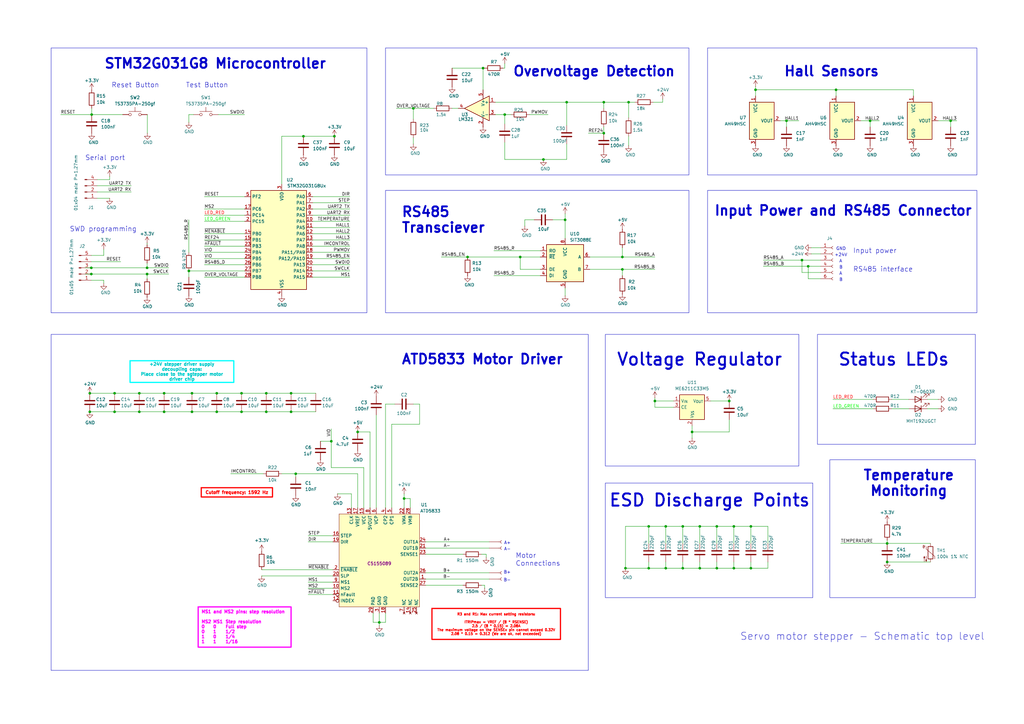
<source format=kicad_sch>
(kicad_sch (version 20231120) (generator "eeschema") (generator_version "8.0")
  (paper "A3")
  (title_block (title "Servo motor stepper M3 - Schematic top level") (date "2025-05-21") (rev "1.2"))
  (junction (at 165.735 204.47))
  (junction (at 57.15 161.29))
  (junction (at 37.592 46.99))
  (junction (at 119.38 168.91))
  (junction (at 46.99 161.29))
  (junction (at 389.89 49.53))
  (junction (at 280.035 233.045))
  (junction (at 213.36 105.41))
  (junction (at 60.325 112.395))
  (junction (at 169.545 44.45))
  (junction (at 124.46 55.88))
  (junction (at 60.325 109.855))
  (junction (at 67.31 161.29))
  (junction (at 307.975 215.9))
  (junction (at 247.65 41.91))
  (junction (at 255.27 110.49))
  (junction (at 256.54 233.045))
  (junction (at 46.99 168.91))
  (junction (at 67.31 168.91))
  (junction (at 273.05 233.045))
  (junction (at 232.41 41.91))
  (junction (at 198.12 27.94))
  (junction (at 137.16 55.88))
  (junction (at 363.855 230.505))
  (junction (at 99.06 168.91))
  (junction (at 299.085 164.465))
  (junction (at 109.22 161.29))
  (junction (at 268.605 164.465))
  (junction (at 119.38 161.29))
  (junction (at 266.065 233.045))
  (junction (at 78.74 161.29))
  (junction (at 36.83 168.91))
  (junction (at 191.77 105.41))
  (junction (at 99.06 161.29))
  (junction (at 121.285 194.31))
  (junction (at 287.02 215.9))
  (junction (at 266.065 215.9))
  (junction (at 309.88 36.83))
  (junction (at 294.005 233.045))
  (junction (at 273.05 215.9))
  (junction (at 280.035 215.9))
  (junction (at 322.58 49.53))
  (junction (at 300.99 233.045))
  (junction (at 307.975 233.045))
  (junction (at 222.885 65.405))
  (junction (at 283.845 177.165))
  (junction (at 57.15 168.91))
  (junction (at 257.81 41.91))
  (junction (at 363.855 222.885))
  (junction (at 300.99 215.9))
  (junction (at 342.9 36.83))
  (junction (at 247.65 54.61))
  (junction (at 231.775 90.17))
  (junction (at 287.02 233.045))
  (junction (at 155.575 255.27))
  (junction (at 331.47 109.22))
  (junction (at 255.27 105.41))
  (junction (at 294.005 215.9))
  (junction (at 36.83 161.29))
  (junction (at 146.685 177.165))
  (junction (at 88.9 168.91))
  (junction (at 37.465 112.395))
  (junction (at 109.22 168.91))
  (junction (at 88.9 161.29))
  (junction (at 135.89 180.975))
  (junction (at 78.74 168.91))
  (junction (at 328.93 106.68))
  (junction (at 356.87 49.53))
  (junction (at 207.01 46.99))
  (junction (at 77.47 111.125))
  (junction (at 37.465 109.855))
  (wire (pts (xy 77.47 90.17) (xy 77.47 103.505)))
  (wire (pts (xy 172.085 165.735) (xy 169.545 165.735)))
  (wire (pts (xy 320.04 49.53) (xy 322.58 49.53)))
  (wire (pts (xy 271.78 41.91) (xy 267.97 41.91)))
  (wire (pts (xy 99.06 161.29) (xy 109.22 161.29)))
  (wire (pts (xy 162.56 44.45) (xy 169.545 44.45)))
  (wire (pts (xy 380.365 163.83) (xy 384.81 163.83)))
  (wire (pts (xy 332.74 104.14) (xy 336.55 104.14)))
  (wire (pts (xy 143.51 98.425) (xy 128.27 98.425)))
  (wire (pts (xy 266.065 230.505) (xy 266.065 233.045)))
  (wire (pts (xy 143.51 106.045) (xy 128.27 106.045)))
  (wire (pts (xy 356.87 49.53) (xy 360.68 49.53)))
  (wire (pts (xy 143.51 90.805) (xy 128.27 90.805)))
  (wire (pts (xy 197.485 240.03) (xy 198.755 240.03)))
  (wire (pts (xy 83.82 108.585) (xy 100.33 108.585)))
  (wire (pts (xy 215.265 90.17) (xy 215.265 92.71)))
  (wire (pts (xy 165.735 204.47) (xy 165.735 208.28)))
  (wire (pts (xy 57.15 161.29) (xy 67.31 161.29)))
  (wire (pts (xy 37.592 46.99) (xy 50.292 46.99)))
  (wire (pts (xy 222.885 65.405) (xy 232.41 65.405)))
  (wire (pts (xy 143.51 80.645) (xy 128.27 80.645)))
  (wire (pts (xy 169.545 44.45) (xy 169.545 48.895)))
  (wire (pts (xy 143.51 103.505) (xy 128.27 103.505)))
  (wire (pts (xy 332.74 101.6) (xy 336.55 101.6)))
  (wire (pts (xy 283.845 179.705) (xy 283.845 177.165)))
  (wire (pts (xy 39.878 78.74) (xy 53.848 78.74)))
  (wire (pts (xy 255.27 101.6) (xy 255.27 105.41)))
  (wire (pts (xy 255.27 105.41) (xy 268.605 105.41)))
  (wire (pts (xy 78.74 168.91) (xy 88.9 168.91)))
  (wire (pts (xy 169.545 44.45) (xy 177.8 44.45)))
  (wire (pts (xy 255.27 110.49) (xy 255.27 113.03)))
  (wire (pts (xy 144.145 208.28) (xy 144.145 202.565)))
  (wire (pts (xy 128.27 85.725) (xy 143.51 85.725)))
  (wire (pts (xy 37.465 104.775) (xy 42.545 104.775)))
  (wire (pts (xy 266.065 215.9) (xy 266.065 222.885)))
  (wire (pts (xy 143.51 95.885) (xy 128.27 95.885)))
  (wire (pts (xy 89.535 46.99) (xy 100.33 46.99)))
  (wire (pts (xy 83.82 103.505) (xy 100.33 103.505)))
  (wire (pts (xy 374.65 39.37) (xy 374.65 36.83)))
  (wire (pts (xy 222.885 65.405) (xy 207.01 65.405)))
  (wire (pts (xy 174.625 240.03) (xy 189.865 240.03)))
  (wire (pts (xy 241.935 110.49) (xy 255.27 110.49)))
  (wire (pts (xy 389.89 49.53) (xy 389.89 52.07)))
  (wire (pts (xy 143.51 83.185) (xy 128.27 83.185)))
  (wire (pts (xy 109.22 168.91) (xy 119.38 168.91)))
  (wire (pts (xy 143.51 100.965) (xy 128.27 100.965)))
  (wire (pts (xy 256.54 233.045) (xy 256.54 215.9)))
  (wire (pts (xy 353.06 49.53) (xy 356.87 49.53)))
  (wire (pts (xy 365.76 163.83) (xy 372.745 163.83)))
  (wire (pts (xy 57.15 168.91) (xy 67.31 168.91)))
  (wire (pts (xy 207.01 46.99) (xy 207.01 50.8)))
  (wire (pts (xy 294.005 230.505) (xy 294.005 233.045)))
  (wire (pts (xy 158.115 165.735) (xy 158.115 208.28)))
  (wire (pts (xy 174.625 237.49) (xy 200.66 237.49)))
  (wire (pts (xy 126.365 219.71) (xy 136.525 219.71)))
  (wire (pts (xy 257.81 55.88) (xy 257.81 59.69)))
  (wire (pts (xy 280.035 215.9) (xy 273.05 215.9)))
  (wire (pts (xy 213.36 105.41) (xy 221.615 105.41)))
  (wire (pts (xy 126.365 241.3) (xy 136.525 241.3)))
  (wire (pts (xy 126.365 243.84) (xy 136.525 243.84)))
  (wire (pts (xy 363.855 222.885) (xy 381.635 222.885)))
  (wire (pts (xy 257.81 41.91) (xy 257.81 48.26)))
  (wire (pts (xy 314.96 215.9) (xy 307.975 215.9)))
  (wire (pts (xy 380.365 167.64) (xy 384.81 167.64)))
  (wire (pts (xy 165.735 202.565) (xy 165.735 204.47)))
  (wire (pts (xy 161.925 165.735) (xy 158.115 165.735)))
  (wire (pts (xy 34.925 109.855) (xy 37.465 109.855)))
  (wire (pts (xy 300.99 233.045) (xy 294.005 233.045)))
  (wire (pts (xy 77.47 46.99) (xy 79.375 46.99)))
  (wire (pts (xy 331.47 109.22) (xy 331.47 114.3)))
  (wire (pts (xy 313.055 109.22) (xy 331.47 109.22)))
  (wire (pts (xy 313.055 106.68) (xy 328.93 106.68)))
  (wire (pts (xy 202.565 102.87) (xy 221.615 102.87)))
  (wire (pts (xy 149.225 208.28) (xy 149.225 191.77)))
  (wire (pts (xy 287.02 215.9) (xy 287.02 222.885)))
  (wire (pts (xy 328.93 111.76) (xy 336.55 111.76)))
  (wire (pts (xy 207.01 58.42) (xy 207.01 65.405)))
  (wire (pts (xy 121.285 194.31) (xy 121.285 195.58)))
  (wire (pts (xy 231.775 90.17) (xy 231.775 97.79)))
  (wire (pts (xy 287.02 233.045) (xy 280.035 233.045)))
  (wire (pts (xy 168.275 204.47) (xy 165.735 204.47)))
  (wire (pts (xy 126.365 222.25) (xy 136.525 222.25)))
  (wire (pts (xy 160.655 173.99) (xy 172.085 173.99)))
  (wire (pts (xy 154.305 170.18) (xy 154.305 208.28)))
  (wire (pts (xy 174.625 224.79) (xy 200.66 224.79)))
  (wire (pts (xy 39.878 73.66) (xy 44.958 73.66)))
  (wire (pts (xy 115.57 194.31) (xy 121.285 194.31)))
  (wire (pts (xy 143.51 108.585) (xy 128.27 108.585)))
  (wire (pts (xy 363.855 230.505) (xy 381.635 230.505)))
  (wire (pts (xy 39.878 81.28) (xy 44.958 81.28)))
  (wire (pts (xy 36.83 161.29) (xy 46.99 161.29)))
  (wire (pts (xy 328.93 106.68) (xy 328.93 111.76)))
  (wire (pts (xy 268.605 163.195) (xy 268.605 164.465)))
  (wire (pts (xy 199.39 227.33) (xy 199.39 228.6)))
  (wire (pts (xy 213.36 110.49) (xy 221.615 110.49)))
  (wire (pts (xy 83.82 100.965) (xy 100.33 100.965)))
  (wire (pts (xy 231.775 87.63) (xy 231.775 90.17)))
  (wire (pts (xy 143.51 93.345) (xy 128.27 93.345)))
  (wire (pts (xy 144.145 202.565) (xy 138.43 202.565)))
  (wire (pts (xy 60.325 107.95) (xy 60.325 109.855)))
  (wire (pts (xy 198.755 240.03) (xy 198.755 241.3)))
  (wire (pts (xy 203.2 41.91) (xy 232.41 41.91)))
  (wire (pts (xy 37.592 44.45) (xy 37.592 46.99)))
  (wire (pts (xy 389.89 49.53) (xy 392.43 49.53)))
  (wire (pts (xy 174.625 222.25) (xy 200.66 222.25)))
  (wire (pts (xy 287.02 215.9) (xy 280.035 215.9)))
  (wire (pts (xy 268.605 164.465) (xy 276.225 164.465)))
  (wire (pts (xy 363.855 221.615) (xy 363.855 222.885)))
  (wire (pts (xy 232.41 51.435) (xy 232.41 41.91)))
  (wire (pts (xy 169.545 56.515) (xy 169.545 59.055)))
  (wire (pts (xy 42.545 114.935) (xy 42.545 116.205)))
  (wire (pts (xy 83.82 106.045) (xy 100.33 106.045)))
  (wire (pts (xy 60.325 112.395) (xy 69.215 112.395)))
  (wire (pts (xy 257.81 41.91) (xy 260.35 41.91)))
  (wire (pts (xy 226.695 90.17) (xy 231.775 90.17)))
  (wire (pts (xy 217.17 46.99) (xy 224.79 46.99)))
  (wire (pts (xy 168.275 208.28) (xy 168.275 204.47)))
  (wire (pts (xy 307.975 215.9) (xy 300.99 215.9)))
  (wire (pts (xy 158.115 251.46) (xy 158.115 255.27)))
  (wire (pts (xy 88.9 161.29) (xy 99.06 161.29)))
  (wire (pts (xy 283.845 174.625) (xy 283.845 177.165)))
  (wire (pts (xy 37.465 107.315) (xy 49.53 107.315)))
  (wire (pts (xy 203.2 46.99) (xy 207.01 46.99)))
  (wire (pts (xy 314.96 233.045) (xy 314.96 230.505)))
  (wire (pts (xy 231.775 121.285) (xy 231.775 118.11)))
  (wire (pts (xy 83.82 90.805) (xy 100.33 90.805)))
  (wire (pts (xy 256.54 233.045) (xy 266.065 233.045)))
  (wire (pts (xy 128.27 113.665) (xy 143.51 113.665)))
  (wire (pts (xy 280.035 230.505) (xy 280.035 233.045)))
  (wire (pts (xy 155.575 251.46) (xy 155.575 255.27)))
  (wire (pts (xy 314.96 222.885) (xy 314.96 215.9)))
  (wire (pts (xy 328.93 106.68) (xy 336.55 106.68)))
  (wire (pts (xy 322.58 49.53) (xy 322.58 52.07)))
  (wire (pts (xy 174.625 227.33) (xy 189.865 227.33)))
  (wire (pts (xy 300.99 215.9) (xy 294.005 215.9)))
  (wire (pts (xy 37.465 109.855) (xy 60.325 109.855)))
  (wire (pts (xy 60.452 46.99) (xy 60.452 54.61)))
  (wire (pts (xy 83.82 95.885) (xy 100.33 95.885)))
  (wire (pts (xy 273.05 215.9) (xy 266.065 215.9)))
  (wire (pts (xy 34.925 112.395) (xy 37.465 112.395)))
  (wire (pts (xy 153.035 255.27) (xy 155.575 255.27)))
  (wire (pts (xy 280.035 215.9) (xy 280.035 222.885)))
  (wire (pts (xy 94.615 194.31) (xy 107.95 194.31)))
  (wire (pts (xy 83.82 113.665) (xy 100.33 113.665)))
  (wire (pts (xy 83.82 85.725) (xy 100.33 85.725)))
  (wire (pts (xy 174.625 234.95) (xy 200.66 234.95)))
  (wire (pts (xy 77.47 111.125) (xy 100.33 111.125)))
  (wire (pts (xy 219.075 90.17) (xy 215.265 90.17)))
  (wire (pts (xy 24.892 46.99) (xy 37.592 46.99)))
  (wire (pts (xy 283.845 177.165) (xy 299.085 177.165)))
  (wire (pts (xy 314.96 233.045) (xy 307.975 233.045)))
  (wire (pts (xy 99.06 168.91) (xy 109.22 168.91)))
  (wire (pts (xy 344.805 222.885) (xy 363.855 222.885)))
  (wire (pts (xy 155.575 255.27) (xy 155.575 256.54)))
  (wire (pts (xy 191.77 105.41) (xy 213.36 105.41)))
  (wire (pts (xy 280.035 233.045) (xy 273.05 233.045)))
  (wire (pts (xy 78.74 161.29) (xy 88.9 161.29)))
  (wire (pts (xy 232.41 65.405) (xy 232.41 59.055)))
  (wire (pts (xy 83.82 98.425) (xy 100.33 98.425)))
  (wire (pts (xy 60.325 114.3) (xy 60.325 112.395)))
  (wire (pts (xy 88.9 168.91) (xy 99.06 168.91)))
  (wire (pts (xy 299.085 177.165) (xy 299.085 172.085)))
  (wire (pts (xy 342.9 39.37) (xy 342.9 36.83)))
  (wire (pts (xy 207.01 46.99) (xy 209.55 46.99)))
  (wire (pts (xy 77.47 50.165) (xy 77.47 46.99)))
  (wire (pts (xy 374.65 36.83) (xy 342.9 36.83)))
  (wire (pts (xy 331.47 114.3) (xy 336.55 114.3)))
  (wire (pts (xy 42.545 104.775) (xy 42.545 102.235)))
  (wire (pts (xy 255.27 110.49) (xy 268.605 110.49)))
  (wire (pts (xy 115.57 75.565) (xy 115.57 55.88)))
  (wire (pts (xy 119.38 161.29) (xy 129.54 161.29)))
  (wire (pts (xy 273.05 230.505) (xy 273.05 233.045)))
  (wire (pts (xy 294.005 215.9) (xy 294.005 222.885)))
  (wire (pts (xy 213.36 105.41) (xy 213.36 110.49)))
  (wire (pts (xy 322.58 49.53) (xy 327.66 49.53)))
  (wire (pts (xy 39.878 76.2) (xy 53.848 76.2)))
  (wire (pts (xy 172.085 173.99) (xy 172.085 165.735)))
  (wire (pts (xy 60.325 109.855) (xy 69.215 109.855)))
  (wire (pts (xy 151.765 177.165) (xy 151.765 208.28)))
  (wire (pts (xy 185.42 44.45) (xy 187.96 44.45)))
  (wire (pts (xy 180.975 105.41) (xy 191.77 105.41)))
  (wire (pts (xy 185.42 27.94) (xy 198.12 27.94)))
  (wire (pts (xy 207.01 27.94) (xy 206.375 27.94)))
  (wire (pts (xy 107.315 236.22) (xy 136.525 236.22)))
  (wire (pts (xy 83.82 88.265) (xy 100.33 88.265)))
  (wire (pts (xy 158.115 255.27) (xy 155.575 255.27)))
  (wire (pts (xy 124.46 55.88) (xy 137.16 55.88)))
  (wire (pts (xy 287.02 230.505) (xy 287.02 233.045)))
  (wire (pts (xy 107.315 233.68) (xy 136.525 233.68)))
  (wire (pts (xy 67.31 168.91) (xy 78.74 168.91)))
  (wire (pts (xy 160.655 208.28) (xy 160.655 173.99)))
  (wire (pts (xy 46.99 168.91) (xy 57.15 168.91)))
  (wire (pts (xy 309.88 35.56) (xy 309.88 36.83)))
  (wire (pts (xy 271.78 40.64) (xy 271.78 41.91)))
  (wire (pts (xy 36.83 168.91) (xy 46.99 168.91)))
  (wire (pts (xy 198.755 27.94) (xy 198.12 27.94)))
  (wire (pts (xy 37.465 114.935) (xy 42.545 114.935)))
  (wire (pts (xy 331.47 109.22) (xy 336.55 109.22)))
  (wire (pts (xy 135.89 191.77) (xy 149.225 191.77)))
  (wire (pts (xy 341.63 167.64) (xy 358.14 167.64)))
  (wire (pts (xy 44.958 73.66) (xy 44.958 72.39)))
  (wire (pts (xy 247.65 41.91) (xy 257.81 41.91)))
  (wire (pts (xy 37.465 112.395) (xy 60.325 112.395)))
  (wire (pts (xy 135.89 175.895) (xy 135.89 180.975)))
  (wire (pts (xy 241.935 105.41) (xy 255.27 105.41)))
  (wire (pts (xy 121.285 194.31) (xy 146.685 194.31)))
  (wire (pts (xy 273.05 215.9) (xy 273.05 222.885)))
  (wire (pts (xy 291.465 164.465) (xy 299.085 164.465)))
  (wire (pts (xy 146.685 177.165) (xy 151.765 177.165)))
  (wire (pts (xy 146.685 208.28) (xy 146.685 194.31)))
  (wire (pts (xy 268.605 167.005) (xy 268.605 164.465)))
  (wire (pts (xy 109.22 161.29) (xy 119.38 161.29)))
  (wire (pts (xy 247.65 41.91) (xy 247.65 44.45)))
  (wire (pts (xy 128.27 88.265) (xy 143.51 88.265)))
  (wire (pts (xy 197.485 227.33) (xy 199.39 227.33)))
  (wire (pts (xy 307.975 233.045) (xy 307.975 230.505)))
  (wire (pts (xy 119.38 168.91) (xy 129.54 168.91)))
  (wire (pts (xy 198.12 27.94) (xy 198.12 36.83)))
  (wire (pts (xy 307.975 215.9) (xy 307.975 222.885)))
  (wire (pts (xy 300.99 230.505) (xy 300.99 233.045)))
  (wire (pts (xy 307.975 233.045) (xy 300.99 233.045)))
  (wire (pts (xy 207.01 26.035) (xy 207.01 27.94)))
  (wire (pts (xy 77.47 113.665) (xy 77.47 111.125)))
  (wire (pts (xy 131.445 180.975) (xy 135.89 180.975)))
  (wire (pts (xy 276.225 167.005) (xy 268.605 167.005)))
  (wire (pts (xy 300.99 215.9) (xy 300.99 222.885)))
  (wire (pts (xy 294.005 215.9) (xy 287.02 215.9)))
  (wire (pts (xy 247.65 52.07) (xy 247.65 54.61)))
  (wire (pts (xy 342.9 36.83) (xy 309.88 36.83)))
  (wire (pts (xy 309.88 36.83) (xy 309.88 39.37)))
  (wire (pts (xy 384.81 49.53) (xy 389.89 49.53)))
  (wire (pts (xy 60.325 99.695) (xy 60.325 100.33)))
  (wire (pts (xy 356.87 49.53) (xy 356.87 52.07)))
  (wire (pts (xy 294.005 233.045) (xy 287.02 233.045)))
  (wire (pts (xy 241.3 54.61) (xy 247.65 54.61)))
  (wire (pts (xy 256.54 215.9) (xy 266.065 215.9)))
  (wire (pts (xy 365.76 167.64) (xy 372.745 167.64)))
  (wire (pts (xy 83.82 80.645) (xy 100.33 80.645)))
  (wire (pts (xy 115.57 55.88) (xy 124.46 55.88)))
  (wire (pts (xy 136.525 238.76) (xy 126.365 238.76)))
  (wire (pts (xy 46.99 161.29) (xy 57.15 161.29)))
  (wire (pts (xy 153.035 251.46) (xy 153.035 255.27)))
  (wire (pts (xy 341.63 163.83) (xy 358.14 163.83)))
  (wire (pts (xy 273.05 233.045) (xy 266.065 233.045)))
  (wire (pts (xy 232.41 41.91) (xy 247.65 41.91)))
  (wire (pts (xy 202.565 113.03) (xy 221.615 113.03)))
  (wire (pts (xy 135.89 191.77) (xy 135.89 180.975)))
  (wire (pts (xy 67.31 161.29) (xy 78.74 161.29)))
  (wire (pts (xy 143.51 111.125) (xy 128.27 111.125)))
  (rectangle (start 248.285 137.16) (end 327.66 191.135))
  (rectangle (start 335.28 137.16) (end 400.05 182.245))
  (rectangle (start 20.955 137.16) (end 241.3 274.955))
  (rectangle (start 158.115 19.685) (end 282.575 71.755))
  (rectangle (start 290.195 19.685) (end 400.685 71.755))
  (rectangle (start 248.285 198.12) (end 333.375 245.11))
  (rectangle (start 20.955 19.685) (end 150.495 128.27))
  (rectangle (start 158.115 78.105) (end 282.575 128.27))
  (rectangle (start 340.36 188.595) (end 400.05 245.11))
  (rectangle (start 290.195 78.105) (end 400.685 128.27))
  (text_box "Cutoff frequency: 1592 Hz\n" (at 82.55 200.025 0) (size 29.21 3.81) (stroke (width 0.5) (color 255 0 0 1)) (effects (font (size 1.27 1.27) (thickness 0.4) (bold yes))))
  (text_box "+24V stepper driver supply \ndecoupling caps:\nPlace close to the sgtepper motor driver chip" (at 53.34 147.955 0) (size 42.545 8.89) (stroke (width 0.5) (color 0 255 255 1)) (effects (font (size 1.27 1.27) (thickness 0.4) (bold yes))))
  (text_box "MS1 and MS2 pins: step resolution\n\nMS2	MS1	Step resolution\n0	0	Full step\n0	1	1/2\n1	0	1/4\n1	1	1/16\n" (at 81.28 248.92 0) (size 38.1 16.51) (stroke (width 0.5) (color 255 0 255 1)) (effects (font (size 1.27 1.27) (thickness 0.4) (bold yes)) (justify left top)))
  (text_box "${94df9340-9001-4abf-849e-0a57a0ae12d6:REFERENCE} and ${c2765680-53cb-47ff-a513-50fbdfe64cd0:REFERENCE}: Max current setting resistors:\n\nITRIPmax = VREF / (8 * RSENSE)\n2.5 / (8 * 0.15) = 2.08A\nThe maximum voltage on the SENSEx pin cannot exceed 0.32V\n2.08 * 0.15 = 0.312 (We are ok, not exceeded)" (at 177.165 249.555 0) (size 52.705 12.7) (stroke (width 0.5) (color 255 0 0 1)) (effects (font (size 1 1) (thickness 0.4) (bold yes))))
  (text "Reset Button" (at 45.72 36.195 0) (effects (font (size 2 2)) (justify left bottom)))
  (text "ESD Discharge Points" (at 249.555 208.28 0) (effects (font (size 5 5) (thickness 0.8) (bold yes)) (justify left bottom)))
  (text "Test Button" (at 76.2 36.195 0) (effects (font (size 2 2)) (justify left bottom)))
  (text "B" (at 344.17 115.57 0) (effects (font (size 1.27 1.27)) (justify left bottom)))
  (text "+24V" (at 342.265 105.41 0) (effects (font (size 1.27 1.27)) (justify left bottom)))
  (text "SWD programming" (at 28.575 95.25 0) (effects (font (size 2 2)) (justify left bottom)))
  (text "Serial port" (at 34.925 66.04 0) (effects (font (size 2 2)) (justify left bottom)))
  (text "GND" (at 342.9 102.87 0) (effects (font (size 1.27 1.27)) (justify left bottom)))
  (text "RS485\nTransciever" (at 164.465 95.885 0) (effects (font (size 4 4) (thickness 0.8) (bold yes)) (justify left bottom)))
  (text "Input power" (at 349.885 104.14 0) (effects (font (size 2 2)) (justify left bottom)))
  (text "B" (at 344.17 110.49 0) (effects (font (size 1.27 1.27)) (justify left bottom)))
  (text "A+" (at 209.55 223.52 0) (effects (font (size 1.27 1.27)) (justify right bottom)))
  (text "Status LEDs" (at 343.535 150.495 0) (effects (font (size 5 5) (thickness 0.8) (bold yes)) (justify left bottom)))
  (text "Overvoltage Detection" (at 210.185 31.75 0) (effects (font (size 4 4) (thickness 0.8) (bold yes)) (justify left bottom)))
  (text "Voltage Regulator" (at 252.73 150.495 0) (effects (font (size 5 5) (thickness 0.8) (bold yes)) (justify left bottom)))
  (text "A" (at 344.17 107.95 0) (effects (font (size 1.27 1.27)) (justify left bottom)))
  (text "Input Power and RS485 Connector" (at 292.735 88.9 0) (effects (font (size 4 4) (thickness 0.8) (bold yes)) (justify left bottom)))
  (text "A" (at 344.17 113.03 0) (effects (font (size 1.27 1.27)) (justify left bottom)))
  (text "RS485 interface" (at 349.885 111.76 0) (effects (font (size 2 2)) (justify left bottom)))
  (text "Temperature\nMonitoring" (at 372.745 203.835 0) (effects (font (size 4 4) (thickness 0.8) (bold yes)) (justify bottom)))
  (text "B+" (at 209.55 235.585 0) (effects (font (size 1.27 1.27)) (justify right bottom)))
  (text "Servo motor stepper - Schematic top level" (at 303.53 262.89 0) (effects (font (size 3 3)) (justify left bottom)))
  (text "STM32G031G8 Microcontroller" (at 42.545 28.575 0) (effects (font (size 4 4) (thickness 0.8) (bold yes)) (justify left bottom)))
  (text "A-" (at 209.55 226.06 0) (effects (font (size 1.27 1.27)) (justify right bottom)))
  (text "B-" (at 209.55 238.76 0) (effects (font (size 1.27 1.27)) (justify right bottom)))
  (text "ATD5833 Motor Driver" (at 164.465 149.86 0) (effects (font (size 4 4) (thickness 0.8) (bold yes)) (justify left bottom)))
  (text "Hall Sensors" (at 321.31 31.75 0) (effects (font (size 4 4) (thickness 0.8) (bold yes)) (justify left bottom)))
  (text "Motor\nConnections" (at 211.455 232.41 0) (effects (font (size 2 2)) (justify left bottom)))
  (label "DIR" (at 126.365 222.25 0))
  (label "RESET" (at 49.53 107.315 180))
  (label "A+" (at 184.785 222.25 180))
  (label "RS485_EN" (at 143.51 106.045 180))
  (label "~{MENABLE}" (at 83.82 95.885 0))
  (label "SWCLK" (at 69.215 112.395 180))
  (label "OVER_VOLTAGE" (at 83.82 113.665 0))
  (label "HALL2" (at 360.68 49.53 180))
  (label "B+" (at 184.785 234.95 180))
  (label "REF24" (at 241.3 54.61 0))
  (label "RS485_R" (at 202.565 102.87 0))
  (label "RS485_EN" (at 180.975 105.41 0))
  (label "DIR" (at 143.51 80.645 180))
  (label "VIO" (at 83.82 106.045 0))
  (label "B-" (at 184.785 237.49 180))
  (label "LED_GREEN" (at 83.82 90.805 0))
  (label "RS485_R" (at 77.47 98.425 90))
  (label "~{MENABLE}" (at 126.365 233.68 0))
  (label "RS485_B" (at 313.055 109.22 0))
  (label "VIO" (at 83.82 103.505 0))
  (label "SWCLK" (at 143.51 111.125 180))
  (label "STEP" (at 126.365 219.71 0))
  (label "RS485_A" (at 313.055 106.68 0))
  (label "MS1" (at 126.365 238.76 0))
  (label "PWMOV" (at 217.805 46.99 0))
  (label "UART2 RX" (at 53.848 78.74 180))
  (label "RESET" (at 24.892 46.99 0))
  (label "PWMOV" (at 143.51 103.505 180))
  (label "RS485_A" (at 268.605 105.41 180))
  (label "HALL2" (at 143.51 95.885 180))
  (label "MS1" (at 139.7 113.665 0))
  (label "LED_RED" (at 83.82 88.265 0))
  (label "RESET" (at 83.82 80.645 0))
  (label "OVER_VOLTAGE" (at 162.56 44.45 0))
  (label "RS485_D" (at 202.565 113.03 0))
  (label "HALL3" (at 143.51 98.425 180))
  (label "LED_RED" (at 341.63 163.83 0))
  (label "LED_GREEN" (at 341.63 167.64 0))
  (label "REF24" (at 83.82 98.425 0))
  (label "IMCONTROL" (at 143.51 100.965 180))
  (label "MS2" (at 83.82 85.725 0))
  (label "UART2 TX" (at 143.51 85.725 180))
  (label "~{nFAULT}" (at 83.82 100.965 0))
  (label "SWDIO" (at 100.33 46.99 180))
  (label "SWDIO" (at 69.215 109.855 180))
  (label "UART2 TX" (at 53.848 76.2 180))
  (label "HALL1" (at 143.51 93.345 180))
  (label "TEMPERATURE" (at 344.805 222.885 0))
  (label "RS485_B" (at 268.605 110.49 180))
  (label "HALL3" (at 392.43 49.53 180))
  (label "UART2 RX" (at 143.51 88.265 180))
  (label "TEMPERATURE" (at 143.51 90.805 180))
  (label "MS2" (at 126.365 241.3 0))
  (label "VIO" (at 135.89 179.07 90))
  (label "~{nFAULT}" (at 126.365 243.84 0))
  (label "IMCONTROL" (at 94.615 194.31 0))
  (label "SWDIO" (at 143.51 108.585 180))
  (label "HALL1" (at 327.66 49.53 180))
  (label "STEP" (at 143.51 83.185 180))
  (label "A-" (at 184.785 224.79 180))
  (label "RS485_D" (at 83.82 108.585 0))
  (symbol (lib_id "power:GND") (at 107.315 236.22 0) (unit 1)
    (property "Reference" "#PWR016" (effects (hide yes)))
    (property "Value" "GND" (at 105.41 240.03 0) (effects (justify left)))
  )
  (symbol (lib_id "power:GND") (at 363.855 230.505 0) (unit 1)
    (property "Reference" "#PWR071" (effects (hide yes)))
    (property "Value" "GND" (at 362.585 234.315 0) (effects (justify left)))
  )
  (symbol (lib_id "Device:C") (at 300.99 226.695 180) (unit 1)
    (property "Reference" "C31" (at 299.72 223.52 90))
    (property "Value" "220pF" (at 302.26 222.25 90))
    (property "Footprint" "Capacitor_SMD:C_0402_1005Metric" (effects (hide yes)))
    (property "LCSC" "C1530" (effects (hide yes)))
  )
  (symbol (lib_id "power:+3.3V") (at 309.88 35.56 0) (unit 1)
    (property "Reference" "#PWR028" (effects (hide yes)))
    (property "Value" "+3.3V" (at 309.88 31.75 0))
  )
  (symbol (lib_id "power:+3.3V") (at 231.775 87.63 0) (unit 1)
    (property "Reference" "#PWR033" (effects (hide yes)))
    (property "Value" "+5V" (at 231.775 83.82 0))
  )
  (symbol (lib_id "power:GND") (at 356.87 59.69 0) (unit 1)
    (property "Reference" "#PWR0105" (effects (hide yes)))
    (property "Value" "GND" (at 355.6 63.5 0) (effects (justify left)))
  )
  (symbol (lib_id "Device:C") (at 37.592 50.8 0) (unit 1)
    (property "Reference" "C18" (at 41.402 49.5299 0) (effects (justify left)))
    (property "Value" "100nF" (at 41.402 52.0699 0) (effects (justify left)))
    (property "Footprint" "Capacitor_SMD:C_0402_1005Metric" (effects (hide yes)))
    (property "LCSC" "C307331" (effects (hide yes)))
  )
  (symbol (lib_id "Device:LED") (at 376.555 163.83 180) (unit 1)
    (property "Reference" "D1" (at 376.555 158.75 0))
    (property "Value" "KT-0603R" (at 378.46 160.655 0))
    (property "Footprint" "LED_SMD:LED_0603_1608Metric" (effects (hide yes)))
    (property "Description" "Light emitting diode" (effects (hide yes)))
    (property "LCSC" "C2286" (effects (hide yes)))
  )
  (symbol (lib_id "power:+3.3V") (at 137.16 55.88 0) (unit 1)
    (property "Reference" "#PWR07" (effects (hide yes)))
    (property "Value" "+3.3V" (at 137.16 52.07 0))
  )
  (symbol (lib_id "Regulator_Linear:ME6211C33M5") (at 283.845 167.005 0) (unit 1)
    (property "Reference" "U11" (at 283.845 156.845 0))
    (property "Value" "ME6211C33M5" (at 283.845 159.385 0))
    (property "Footprint" "Package_TO_SOT_SMD:SOT-23-5" (effects (hide yes)))
    (property "Datasheet" "https://www.lcsc.com/datasheet/lcsc_datasheet_2304140030_MICRONE-Nanjing-Micro-One-Elec-ME6211C33R5G_C235316.pdf" (effects (hide yes)))
    (property "Description" "500mA low dropout linear regulator, shutdown pin, 6.5V max input voltage, 3.3V fixed positive output, SOT-23-5" (effects (hide yes)))
    (property "LCSC" "C82942" (effects (hide yes)))
  )
  (symbol (lib_id "power:+3.3V") (at 299.085 164.465 0) (unit 1)
    (property "Reference" "#PWR060" (effects (hide yes)))
    (property "Value" "+3.3V" (at 299.085 160.655 0))
  )
  (symbol (lib_id "Sensor_Magnetic:A1101ELHL") (at 312.42 49.53 0) (unit 1) (exclude_from_sim yes)
    (property "Reference" "U7" (at 306.07 48.2599 0) (effects (justify right)))
    (property "Value" "AH49HSC" (at 306.07 50.7999 0) (effects (justify right)))
    (property "Footprint" "Package_TO_SOT_SMD:SOT-23" (effects (hide yes)))
    (property "LCSC" "C510723" (effects (hide yes)))
  )
  (symbol (lib_id "Device:C") (at 99.06 165.1 0) (unit 1)
    (property "Reference" "C10" (at 101.6 163.83 0) (effects (justify left)))
    (property "Value" "10uF" (at 101.6 166.37 0) (effects (justify left)))
    (property "Footprint" "Capacitor_SMD:C_0603_1608Metric" (effects (hide yes)))
    (property "LCSC" "C194427" (effects (hide yes)))
  )
  (symbol (lib_id "Amplifier_Operational:LM321") (at 195.58 44.45 0) (mirror y) (unit 1) (exclude_from_sim yes)
    (property "Reference" "U3" (at 189.23 46.99 0) (effects (justify right)))
    (property "Value" "LM321" (at 187.96 48.895 0) (effects (justify right)))
    (property "Footprint" "Package_TO_SOT_SMD:SOT-23-5" (effects (hide yes)))
    (property "Datasheet" "https://www.lcsc.com/datasheet/lcsc_datasheet_2401051805_HANSCHIP-semiconductor-LM321MF_C19723728.pdf" (effects (hide yes)))
    (property "LCSC" "C19723728" (effects (hide yes)))
  )
  (symbol (lib_id "power:GND") (at 322.58 59.69 0) (unit 1)
    (property "Reference" "#PWR0110" (effects (hide yes)))
    (property "Value" "GND" (at 321.31 63.5 0) (effects (justify left)))
  )
  (symbol (lib_id "power:GND") (at 309.88 59.69 0) (unit 1)
    (property "Reference" "#PWR0108" (effects (hide yes)))
    (property "Value" "GND" (at 308.61 63.5 0) (effects (justify left)))
  )
  (symbol (lib_id "power:GND") (at 384.81 163.83 90) (unit 1)
    (property "Reference" "#PWR030" (effects (hide yes)))
    (property "Value" "GND" (at 388.62 163.8299 90) (effects (justify right)))
  )
  (symbol (lib_id "Device:C") (at 280.035 226.695 180) (unit 1)
    (property "Reference" "C26" (at 278.765 223.52 90))
    (property "Value" "220pF" (at 281.305 222.25 90))
    (property "Footprint" "Capacitor_SMD:C_0402_1005Metric" (effects (hide yes)))
    (property "LCSC" "C1530" (effects (hide yes)))
  )
  (symbol (lib_id "Device:R") (at 111.76 194.31 90) (unit 1)
    (property "Reference" "R22" (at 111.76 191.77 90))
    (property "Value" "10k" (at 111.76 196.85 90))
    (property "Footprint" "Resistor_SMD:R_0402_1005Metric" (effects (hide yes)))
    (property "LCSC" "C25744" (effects (hide yes)))
  )
  (symbol (lib_id "Sensor_Magnetic:A1101ELHL") (at 377.19 49.53 0) (unit 1) (exclude_from_sim yes)
    (property "Reference" "U4" (at 370.84 48.2599 0) (effects (justify right)))
    (property "Value" "AH49HSC" (at 370.84 50.7999 0) (effects (justify right)))
    (property "Footprint" "Package_TO_SOT_SMD:SOT-23" (effects (hide yes)))
    (property "LCSC" "C510723" (effects (hide yes)))
  )
  (symbol (lib_id "power:GND") (at 121.285 203.2 0) (unit 1)
    (property "Reference" "#PWR038" (effects (hide yes)))
    (property "Value" "GND" (at 119.38 207.01 0) (effects (justify left)))
  )
  (symbol (lib_id "power:+3.3V") (at 37.592 36.83 0) (unit 1)
    (property "Reference" "#PWR035" (effects (hide yes)))
    (property "Value" "+3.3V" (at 37.592 33.02 0))
  )
  (symbol (lib_id "Device:C") (at 119.38 165.1 0) (unit 1)
    (property "Reference" "C13" (at 121.92 163.83 0) (effects (justify left)))
    (property "Value" "10uF" (at 121.92 166.37 0) (effects (justify left)))
    (property "Footprint" "Capacitor_SMD:C_0603_1608Metric" (effects (hide yes)))
    (property "LCSC" "C194427" (effects (hide yes)))
  )
  (symbol (lib_id "power:GND") (at 255.27 120.65 0) (unit 1)
    (property "Reference" "#PWR018" (effects (hide yes)))
    (property "Value" "GND" (at 253.365 124.46 0) (effects (justify left)))
  )
  (symbol (lib_id "power:GND") (at 60.325 121.92 0) (unit 1)
    (property "Reference" "#PWR09" (effects (hide yes)))
    (property "Value" "GND" (at 58.42 125.73 0) (effects (justify left)))
  )
  (symbol (lib_id "Device:R") (at 181.61 44.45 90) (unit 1)
    (property "Reference" "R8" (at 180.34 42.545 90))
    (property "Value" "1.5k" (at 180.975 46.99 90))
    (property "Footprint" "Resistor_SMD:R_0402_1005Metric" (effects (hide yes)))
    (property "LCSC" "C25867" (effects (hide yes)))
  )
  (symbol (lib_id "power:GND") (at 222.885 65.405 0) (unit 1)
    (property "Reference" "#PWR058" (effects (hide yes)))
    (property "Value" "GND" (at 221.615 69.215 0) (effects (justify left)))
  )
  (symbol (lib_id "Device:R") (at 202.565 27.94 90) (unit 1)
    (property "Reference" "R7" (at 202.565 25.4 90))
    (property "Value" "470R" (at 202.565 30.48 90))
    (property "Footprint" "Resistor_SMD:R_0402_1005Metric" (effects (hide yes)))
    (property "LCSC" "C25117" (effects (hide yes)))
  )
  (symbol (lib_id "servo_motor:ATD5833") (at 155.575 231.14 0) (unit 1)
    (property "Reference" "U1" (at 173.99 207.01 0))
    (property "Value" "ATD5833" (at 176.53 209.55 0))
    (property "Footprint" "Package_DFN_QFN:QFN-28-1EP_5x5mm_P0.5mm_EP3.75x3.75mm_ThermalVias" (effects (hide yes)))
    (property "LCSC" "C5155089" (at 155.575 231.14 0))
  )
  (symbol (lib_id "power:GND") (at 185.42 35.56 0) (unit 1)
    (property "Reference" "#PWR044" (effects (hide yes)))
    (property "Value" "GND" (at 184.15 39.37 0) (effects (justify left)))
  )
  (symbol (lib_id "Device:R") (at 255.27 116.84 180) (unit 1)
    (property "Reference" "R2" (at 259.08 115.57 0))
    (property "Value" "10k" (at 259.08 118.11 0))
    (property "Footprint" "Resistor_SMD:R_0402_1005Metric" (effects (hide yes)))
    (property "LCSC" "C25744" (effects (hide yes)))
  )
  (symbol (lib_id "power:GND") (at 42.545 116.205 0) (unit 1)
    (property "Reference" "#PWR05" (effects (hide yes)))
    (property "Value" "GND" (at 41.275 120.015 0) (effects (justify left)))
  )
  (symbol (lib_id "Device:C") (at 185.42 31.75 0) (unit 1)
    (property "Reference" "C22" (at 189.23 30.4799 0) (effects (justify left)))
    (property "Value" "10uF" (at 189.23 33.0199 0) (effects (justify left)))
    (property "Footprint" "Capacitor_SMD:C_0402_1005Metric" (effects (hide yes)))
    (property "LCSC" "C15525" (effects (hide yes)))
  )
  (symbol (lib_id "power:GND") (at 169.545 59.055 0) (unit 1)
    (property "Reference" "#PWR049" (effects (hide yes)))
    (property "Value" "GND" (at 168.275 62.865 0) (effects (justify left)))
  )
  (symbol (lib_id "power:GND") (at 115.57 121.285 0) (unit 1)
    (property "Reference" "#PWR029" (effects (hide yes)))
    (property "Value" "GND" (at 113.665 125.095 0) (effects (justify left)))
  )
  (symbol (lib_id "Device:R") (at 169.545 52.705 180) (unit 1)
    (property "Reference" "R23" (at 173.99 51.435 0))
    (property "Value" "10k" (at 173.99 53.34 0))
    (property "Footprint" "Resistor_SMD:R_0402_1005Metric" (effects (hide yes)))
    (property "LCSC" "C25744" (effects (hide yes)))
  )
  (symbol (lib_id "power:GND") (at 137.16 63.5 0) (unit 1)
    (property "Reference" "#PWR021" (effects (hide yes)))
    (property "Value" "GND" (at 135.255 67.31 0) (effects (justify left)))
  )
  (symbol (lib_id "Device:C") (at 299.085 168.275 0) (unit 1)
    (property "Reference" "C5" (at 302.26 167.64 0) (effects (justify left)))
    (property "Value" "10uF" (at 302.26 170.18 0) (effects (justify left)))
    (property "Footprint" "Capacitor_SMD:C_0402_1005Metric" (effects (hide yes)))
    (property "LCSC" "C15525" (effects (hide yes)))
  )
  (symbol (lib_id "Device:R") (at 361.95 167.64 90) (unit 1)
    (property "Reference" "R11" (at 367.03 166.37 90))
    (property "Value" "470R" (at 356.87 166.37 90))
    (property "Footprint" "Resistor_SMD:R_0402_1005Metric" (effects (hide yes)))
    (property "LCSC" "C25117" (effects (hide yes)))
  )
  (symbol (lib_id "power:GND") (at 37.592 54.61 0) (unit 1)
    (property "Reference" "#PWR036" (effects (hide yes)))
    (property "Value" "GND" (at 36.322 58.42 0) (effects (justify left)))
  )
  (symbol (lib_id "Device:C") (at 131.445 184.785 0) (unit 1)
    (property "Reference" "C6" (at 125.095 183.515 0) (effects (justify left)))
    (property "Value" "1uF" (at 124.46 186.055 0) (effects (justify left)))
    (property "Footprint" "Capacitor_SMD:C_0402_1005Metric" (effects (hide yes)))
    (property "Description" "25V 1uF X5R ±10% 0402 Multilayer Ceramic Capacitors MLCC - SMD/SMT ROHS" (effects (hide yes)))
    (property "LCSC" "C52923" (effects (hide yes)))
  )
  (symbol (lib_id "power:+24V") (at 207.01 26.035 0) (unit 1)
    (property "Reference" "#PWR026" (effects (hide yes)))
    (property "Value" "+5V" (at 207.01 22.225 0))
  )
  (symbol (lib_id "power:GND") (at 60.452 54.61 0) (unit 1)
    (property "Reference" "#PWR039" (effects (hide yes)))
    (property "Value" "GND" (at 58.547 58.42 0) (effects (justify left)))
  )
  (symbol (lib_id "Device:C") (at 266.065 226.695 180) (unit 1)
    (property "Reference" "C24" (at 264.795 223.52 90))
    (property "Value" "220pF" (at 267.335 222.25 90))
    (property "Footprint" "Capacitor_SMD:C_0402_1005Metric" (effects (hide yes)))
    (property "LCSC" "C1530" (effects (hide yes)))
  )
  (symbol (lib_id "MCU_ST_STM32G0:STM32G031G8Ux") (at 113.03 98.425 0) (unit 1)
    (property "Reference" "U2" (at 117.5101 73.787 0) (effects (justify left)))
    (property "Value" "STM32G031G8Ux" (at 117.7641 76.2 0) (effects (justify left)))
    (property "Footprint" "Package_DFN_QFN:QFN-28_4x4mm_P0.5mm" (effects (hide yes)))
    (property "Datasheet" "https://www.st.com/resource/en/datasheet/stm32g031g8.pdf" (effects (hide yes)))
    (property "Description" "STMicroelectronics Arm Cortex-M0+ MCU, 64KB flash, 8KB RAM, 64 MHz, 1.7-3.6V, 26 GPIO, UFQFPN28" (effects (hide yes)))
    (property "LCSC" "C432211" (effects (hide yes)))
  )
  (symbol (lib_id "power:GND") (at 124.46 63.5 0) (unit 1)
    (property "Reference" "#PWR027" (effects (hide yes)))
    (property "Value" "GND" (at 122.555 67.31 0) (effects (justify left)))
  )
  (symbol (lib_name "Conn_01x01_Socket_2") (lib_id "Connector:Conn_01x01_Socket") (at 205.74 237.49 0) (unit 1) (in_bom no)
    (property "Reference" "J8" (effects (hide yes)))
    (property "Value" "Conn_01x01_Socket" (effects (hide yes)))
    (property "Footprint" "servo_motor:Pad_3mm_TopOnly" (effects (hide yes)))
  )
  (symbol (lib_id "Device:C") (at 36.83 165.1 0) (unit 1)
    (property "Reference" "C12" (at 39.37 163.83 0) (effects (justify left)))
    (property "Value" "10uF" (at 39.37 166.37 0) (effects (justify left)))
    (property "Footprint" "Capacitor_SMD:C_0603_1608Metric" (effects (hide yes)))
    (property "LCSC" "C194427" (effects (hide yes)))
  )
  (symbol (lib_id "Device:C") (at 154.305 166.37 0) (unit 1)
    (property "Reference" "C3" (at 147.955 165.1 0) (effects (justify left)))
    (property "Value" "100nF" (at 145.415 167.64 0) (effects (justify left)))
    (property "Footprint" "Capacitor_SMD:C_0402_1005Metric" (effects (hide yes)))
    (property "LCSC" "C307331" (effects (hide yes)))
  )
  (symbol (lib_id "power:GND") (at 36.83 168.91 0) (unit 1)
    (property "Reference" "#PWR032" (effects (hide yes)))
    (property "Value" "GND" (at 34.925 173.355 0) (effects (justify left)))
  )
  (symbol (lib_id "Device:C") (at 247.65 58.42 0) (unit 1)
    (property "Reference" "C36" (at 250.19 57.15 0) (effects (justify left)))
    (property "Value" "100nF" (at 250.19 59.69 0) (effects (justify left)))
    (property "Footprint" "Capacitor_SMD:C_0402_1005Metric" (effects (hide yes)))
    (property "LCSC" "C307331" (effects (hide yes)))
  )
  (symbol (lib_id "Device:R") (at 107.315 229.87 180) (unit 1)
    (property "Reference" "R6" (at 110.49 228.6 0))
    (property "Value" "10k" (at 111.125 230.505 0))
    (property "Footprint" "Resistor_SMD:R_0402_1005Metric" (effects (hide yes)))
    (property "LCSC" "C25744" (effects (hide yes)))
  )
  (symbol (lib_id "power:GND") (at 146.685 184.785 0) (unit 1)
    (property "Reference" "#PWR013" (effects (hide yes)))
    (property "Value" "GND" (at 144.78 188.595 0) (effects (justify left)))
  )
  (symbol (lib_id "power:GND") (at 155.575 256.54 0) (unit 1)
    (property "Reference" "#PWR012" (effects (hide yes)))
    (property "Value" "GND" (at 153.67 260.35 0) (effects (justify left)))
  )
  (symbol (lib_id "Device:C") (at 222.885 90.17 90) (unit 1)
    (property "Reference" "C35" (at 224.155 86.36 90) (effects (justify left)))
    (property "Value" "10uF" (at 225.425 93.98 90) (effects (justify left)))
    (property "Footprint" "Capacitor_SMD:C_0402_1005Metric" (effects (hide yes)))
    (property "LCSC" "C15525" (effects (hide yes)))
  )
  (symbol (lib_id "Device:C") (at 273.05 226.695 180) (unit 1)
    (property "Reference" "C25" (at 271.78 223.52 90))
    (property "Value" "220pF" (at 274.32 222.25 90))
    (property "Footprint" "Capacitor_SMD:C_0402_1005Metric" (effects (hide yes)))
    (property "LCSC" "C1530" (effects (hide yes)))
  )
  (symbol (lib_id "power:GND") (at 389.89 59.69 0) (unit 1)
    (property "Reference" "#PWR0106" (effects (hide yes)))
    (property "Value" "GND" (at 388.62 63.5 0) (effects (justify left)))
  )
  (symbol (lib_id "Device:R") (at 361.95 163.83 90) (unit 1)
    (property "Reference" "R12" (at 367.03 162.56 90))
    (property "Value" "470R" (at 356.87 162.56 90))
    (property "Footprint" "Resistor_SMD:R_0402_1005Metric" (effects (hide yes)))
    (property "LCSC" "C25117" (effects (hide yes)))
  )
  (symbol (lib_id "Connector:Conn_01x04_Pin") (at 34.798 78.74 0) (mirror x) (unit 1) (in_bom no)
    (property "Reference" "J1" (at 37.338 85.09 0))
    (property "Value" "01x04 male P=1.27mm" (at 31.115 74.93 90))
    (property "Footprint" "Connector_PinHeader_1.27mm:PinHeader_1x04_P1.27mm_Vertical" (effects (hide yes)))
  )
  (symbol (lib_id "power:GND") (at 332.74 101.6 270) (mirror x) (unit 1)
    (property "Reference" "#PWR020" (effects (hide yes)))
    (property "Value" "GND" (at 325.755 101.6 90) (effects (justify left)))
  )
  (symbol (lib_id "Device:R") (at 264.16 41.91 270) (unit 1)
    (property "Reference" "R27" (at 262.89 39.37 90))
    (property "Value" "18k" (at 262.89 44.45 90))
    (property "Footprint" "Resistor_SMD:R_0603_1608Metric" (effects (hide yes)))
    (property "Description" "100mW Thick Film Resistors 75V ±100ppm/℃ ±1% 18kΩ 0603 Chip Resistor - Surface Mount ROHS" (effects (hide yes)))
    (property "LCSC" "C25810" (effects (hide yes)))
  )
  (symbol (lib_id "power:+3.3V") (at 44.958 72.39 0) (unit 1)
    (property "Reference" "#PWR02" (effects (hide yes)))
    (property "Value" "+3.3V" (at 44.958 68.58 0))
  )
  (symbol (lib_id "Connector:Conn_01x06_Socket") (at 341.63 106.68 0) (unit 1)
    (property "Reference" "J4" (at 339.09 97.79 0) (effects (justify left)))
    (property "Value" "Conn_01x06_Socket" (effects (hide yes)))
    (property "Footprint" "Connector_PinSocket_2.00mm:PinSocket_1x06_P2.00mm_Vertical" (effects (hide yes)))
  )
  (symbol (lib_id "power:+3.3V") (at 60.325 99.695 0) (unit 1)
    (property "Reference" "#PWR010" (effects (hide yes)))
    (property "Value" "+3.3V" (at 60.325 95.885 0))
  )
  (symbol (lib_id "power:+24V") (at 154.305 162.56 0) (unit 1)
    (property "Reference" "#PWR011" (effects (hide yes)))
    (property "Value" "+24V" (at 154.305 158.75 0))
  )
  (symbol (lib_id "Device:R") (at 60.325 118.11 180) (unit 1)
    (property "Reference" "R4" (at 56.515 116.84 0))
    (property "Value" "10k" (at 56.515 119.38 0))
    (property "Footprint" "Resistor_SMD:R_0402_1005Metric" (effects (hide yes)))
    (property "LCSC" "C25744" (effects (hide yes)))
  )
  (symbol (lib_id "Device:R") (at 77.47 107.315 180) (unit 1)
    (property "Reference" "R9" (at 75.565 109.22 90))
    (property "Value" "470R" (at 75.565 104.775 90))
    (property "Footprint" "Resistor_SMD:R_0402_1005Metric" (effects (hide yes)))
    (property "LCSC" "C25117" (effects (hide yes)))
  )
  (symbol (lib_name "Conn_01x01_Socket_3") (lib_id "Connector:Conn_01x01_Socket") (at 205.74 222.25 0) (unit 1) (in_bom no)
    (property "Reference" "J3" (effects (hide yes)))
    (property "Value" "Conn_01x01_Socket" (effects (hide yes)))
    (property "Footprint" "servo_motor:Pad_3mm_TopOnly" (effects (hide yes)))
  )
  (symbol (lib_id "power:GND") (at 384.81 167.64 90) (unit 1)
    (property "Reference" "#PWR031" (effects (hide yes)))
    (property "Value" "GND" (at 388.62 167.6399 90) (effects (justify right)))
  )
  (symbol (lib_id "Interface_UART:SP3485EN") (at 231.775 107.95 0) (unit 1)
    (property "Reference" "U10" (at 233.7309 95.885 0) (effects (justify left)))
    (property "Value" "SIT3088E" (at 233.7309 98.425 0) (effects (justify left)))
    (property "Footprint" "Package_DFN_QFN:DFN-8-1EP_3x3mm_P0.65mm_EP1.5x2.25mm" (effects (hide yes)))
    (property "Datasheet" "https://www.lcsc.com/datasheet/lcsc_datasheet_2006102219_SIT-SIT3088ETK_C601076.pdf" (effects (hide yes)))
    (property "LCSC" "C601076" (effects (hide yes)))
  )
  (symbol (lib_id "Device:Thermistor_NTC") (at 381.635 226.695 0) (unit 1) (exclude_from_sim yes)
    (property "Reference" "TH1" (at 384.175 225.7424 0) (effects (justify left)))
    (property "Value" "100k 1% NTC" (at 384.175 228.2824 0) (effects (justify left)))
    (property "Footprint" "Resistor_SMD:R_0402_1005Metric" (effects (hide yes)))
    (property "LCSC" "C236279" (effects (hide yes)))
  )
  (symbol (lib_id "power:GND") (at 342.9 59.69 0) (unit 1)
    (property "Reference" "#PWR0107" (effects (hide yes)))
    (property "Value" "GND" (at 341.63 63.5 0) (effects (justify left)))
  )
  (symbol (lib_id "power:GND") (at 256.54 233.045 0) (unit 1)
    (property "Reference" "#PWR04" (effects (hide yes)))
    (property "Value" "GND" (at 255.27 236.855 0) (effects (justify left)))
  )
  (symbol (lib_id "Device:C") (at 57.15 165.1 0) (unit 1)
    (property "Reference" "C15" (at 59.69 163.83 0) (effects (justify left)))
    (property "Value" "10uF" (at 59.69 166.37 0) (effects (justify left)))
    (property "Footprint" "Capacitor_SMD:C_0603_1608Metric" (effects (hide yes)))
    (property "LCSC" "C194427" (effects (hide yes)))
  )
  (symbol (lib_id "power:GND") (at 231.775 121.285 0) (unit 1)
    (property "Reference" "#PWR034" (effects (hide yes)))
    (property "Value" "GND" (at 229.87 125.095 0) (effects (justify left)))
  )
  (symbol (lib_id "Device:R") (at 193.675 240.03 270) (unit 1)
    (property "Reference" "R3" (at 188.595 242.57 90))
    (property "Value" "150m" (at 193.675 242.57 90))
    (property "Footprint" "Resistor_SMD:R_2010_5025Metric" (effects (hide yes)))
    (property "LCSC" "C421741" (effects (hide yes)))
  )
  (symbol (lib_id "power:+24V") (at 165.735 202.565 0) (unit 1)
    (property "Reference" "#PWR08" (effects (hide yes)))
    (property "Value" "+24V" (at 165.735 198.755 0))
  )
  (symbol (lib_id "power:+3.3V") (at 363.855 213.995 0) (unit 1)
    (property "Reference" "#PWR070" (effects (hide yes)))
    (property "Value" "+3.3V" (at 363.855 210.185 0))
  )
  (symbol (lib_name "Conn_01x01_Socket_1") (lib_id "Connector:Conn_01x01_Socket") (at 205.74 224.79 0) (unit 1) (in_bom no)
    (property "Reference" "J6" (effects (hide yes)))
    (property "Value" "Conn_01x01_Socket" (effects (hide yes)))
    (property "Footprint" "servo_motor:Pad_3mm_TopOnly" (effects (hide yes)))
  )
  (symbol (lib_id "Connector:Conn_01x05_Pin") (at 32.385 109.855 0) (mirror x) (unit 1) (in_bom no)
    (property "Reference" "J2" (at 34.925 100.965 0) (effects (justify right)))
    (property "Value" "01x05 male P=1.27mm" (at 29.337 121.031 90) (effects (justify right)))
    (property "Footprint" "Connector_PinHeader_1.27mm:PinHeader_1x05_P1.27mm_Vertical" (effects (hide yes)))
  )
  (symbol (lib_id "Device:C") (at 109.22 165.1 0) (unit 1)
    (property "Reference" "C11" (at 111.76 163.83 0) (effects (justify left)))
    (property "Value" "10uF" (at 111.76 166.37 0) (effects (justify left)))
    (property "Footprint" "Capacitor_SMD:C_0603_1608Metric" (effects (hide yes)))
    (property "LCSC" "C194427" (effects (hide yes)))
  )
  (symbol (lib_id "Device:C") (at 121.285 199.39 0) (unit 1)
    (property "Reference" "C1" (at 125.095 198.1199 0) (effects (justify left)))
    (property "Value" "10nF" (at 125.095 200.6599 0) (effects (justify left)))
    (property "Footprint" "Capacitor_SMD:C_0402_1005Metric" (effects (hide yes)))
    (property "LCSC" "C15195" (effects (hide yes)))
  )
  (symbol (lib_id "power:GND") (at 77.47 121.285 0) (unit 1)
    (property "Reference" "#PWR022" (effects (hide yes)))
    (property "Value" "GND" (at 75.565 125.095 0) (effects (justify left)))
  )
  (symbol (lib_id "Device:C") (at 356.87 55.88 0) (unit 1)
    (property "Reference" "C20" (at 360.68 54.6099 0) (effects (justify left)))
    (property "Value" "1nF" (at 360.68 57.1499 0) (effects (justify left)))
    (property "Footprint" "Capacitor_SMD:C_0402_1005Metric" (effects (hide yes)))
    (property "LCSC" "C1523" (effects (hide yes)))
  )
  (symbol (lib_id "power:GND") (at 198.755 241.3 0) (unit 1)
    (property "Reference" "#PWR015" (effects (hide yes)))
    (property "Value" "GND" (at 201.295 245.11 90) (effects (justify left)))
  )
  (symbol (lib_id "Device:R") (at 257.81 52.07 0) (unit 1)
    (property "Reference" "R26" (at 261.62 50.8 0))
    (property "Value" "1.5k" (at 261.62 53.34 0))
    (property "Footprint" "Resistor_SMD:R_0402_1005Metric" (effects (hide yes)))
    (property "LCSC" "C25867" (effects (hide yes)))
  )
  (symbol (lib_id "Device:R") (at 363.855 217.805 180) (unit 1)
    (property "Reference" "R29" (at 367.665 216.535 0))
    (property "Value" "4.7k" (at 367.665 219.075 0))
    (property "Footprint" "Resistor_SMD:R_0402_1005Metric" (effects (hide yes)))
    (property "LCSC" "C25900" (effects (hide yes)))
  )
  (symbol (lib_id "Device:R") (at 247.65 48.26 180) (unit 1)
    (property "Reference" "R24" (at 251.46 46.99 0))
    (property "Value" "10k" (at 251.46 49.53 0))
    (property "Footprint" "Resistor_SMD:R_0402_1005Metric" (effects (hide yes)))
    (property "LCSC" "C25744" (effects (hide yes)))
  )
  (symbol (lib_id "power:+24V") (at 36.83 161.29 0) (unit 1)
    (property "Reference" "#PWR023" (effects (hide yes)))
    (property "Value" "+24V" (at 36.83 157.48 0))
  )
  (symbol (lib_id "Device:C") (at 294.005 226.695 180) (unit 1)
    (property "Reference" "C29" (at 292.735 223.52 90))
    (property "Value" "220pF" (at 295.275 222.25 90))
    (property "Footprint" "Capacitor_SMD:C_0402_1005Metric" (effects (hide yes)))
    (property "LCSC" "C1530" (effects (hide yes)))
  )
  (symbol (lib_id "Device:C") (at 232.41 55.245 0) (unit 1)
    (property "Reference" "C30" (at 227.965 52.705 0) (effects (justify left)))
    (property "Value" "100pF" (at 226.695 57.785 0) (effects (justify left)))
    (property "Footprint" "Capacitor_SMD:C_0402_1005Metric" (effects (hide yes)))
    (property "LCSC" "C1546" (effects (hide yes)))
  )
  (symbol (lib_id "power:GND") (at 138.43 202.565 0) (unit 1)
    (property "Reference" "#PWR017" (effects (hide yes)))
    (property "Value" "GND" (at 136.525 206.375 0) (effects (justify left)))
  )
  (symbol (lib_id "Device:C") (at 129.54 165.1 0) (unit 1)
    (property "Reference" "C16" (at 132.08 163.83 0) (effects (justify left)))
    (property "Value" "10uF" (at 132.08 166.37 0) (effects (justify left)))
    (property "Footprint" "Capacitor_SMD:C_0603_1608Metric" (effects (hide yes)))
    (property "LCSC" "C194427" (effects (hide yes)))
  )
  (symbol (lib_id "power:+3.3V") (at 42.545 102.235 0) (unit 1)
    (property "Reference" "#PWR06" (effects (hide yes)))
    (property "Value" "+3.3V" (at 42.545 98.425 0))
  )
  (symbol (lib_id "power:GND") (at 283.845 179.705 0) (unit 1)
    (property "Reference" "#PWR054" (effects (hide yes)))
    (property "Value" "GND" (at 281.94 183.515 0) (effects (justify left)))
  )
  (symbol (lib_id "Device:R") (at 60.325 104.14 180) (unit 1)
    (property "Reference" "R5" (at 64.135 102.87 0))
    (property "Value" "10k" (at 64.135 105.41 0))
    (property "Footprint" "Resistor_SMD:R_0402_1005Metric" (effects (hide yes)))
    (property "LCSC" "C25744" (effects (hide yes)))
  )
  (symbol (lib_id "power:GND") (at 257.81 59.69 0) (unit 1)
    (property "Reference" "#PWR062" (effects (hide yes)))
    (property "Value" "GND" (at 256.54 63.5 0) (effects (justify left)))
  )
  (symbol (lib_id "Device:C") (at 389.89 55.88 0) (unit 1)
    (property "Reference" "C23" (at 393.7 54.6099 0) (effects (justify left)))
    (property "Value" "1nF" (at 393.7 57.1499 0) (effects (justify left)))
    (property "Footprint" "Capacitor_SMD:C_0402_1005Metric" (effects (hide yes)))
    (property "LCSC" "C1523" (effects (hide yes)))
  )
  (symbol (lib_id "power:+3.3V") (at 255.27 93.98 0) (unit 1)
    (property "Reference" "#PWR025" (effects (hide yes)))
    (property "Value" "+5V" (at 255.27 90.17 0))
  )
  (symbol (lib_id "power:GND") (at 191.77 113.03 0) (unit 1)
    (property "Reference" "#PWR024" (effects (hide yes)))
    (property "Value" "GND" (at 190.5 116.84 0) (effects (justify left)))
  )
  (symbol (lib_id "power:GND") (at 131.445 188.595 0) (unit 1)
    (property "Reference" "#PWR037" (effects (hide yes)))
    (property "Value" "GND" (at 129.54 192.405 0) (effects (justify left)))
  )
  (symbol (lib_id "Device:C") (at 78.74 165.1 0) (unit 1)
    (property "Reference" "C7" (at 81.28 163.83 0) (effects (justify left)))
    (property "Value" "10uF" (at 81.28 166.37 0) (effects (justify left)))
    (property "Footprint" "Capacitor_SMD:C_0603_1608Metric" (effects (hide yes)))
    (property "LCSC" "C194427" (effects (hide yes)))
  )
  (symbol (lib_id "Device:C") (at 314.96 226.695 180) (unit 1)
    (property "Reference" "C33" (at 313.69 223.52 90))
    (property "Value" "220pF" (at 316.23 222.25 90))
    (property "Footprint" "Capacitor_SMD:C_0402_1005Metric" (effects (hide yes)))
    (property "LCSC" "C1530" (effects (hide yes)))
  )
  (symbol (lib_id "Switch:SW_Push") (at 84.455 46.99 0) (unit 1)
    (property "Reference" "SW1" (at 84.455 40.005 0))
    (property "Value" "TS3735PA-250gf" (at 84.455 42.545 0))
    (property "Footprint" "servo_motor:TS3735PA-250gf" (effects (hide yes)))
    (property "LCSC" "C393946" (effects (hide yes)))
  )
  (symbol (lib_id "Device:C") (at 307.975 226.695 180) (unit 1)
    (property "Reference" "C32" (at 306.705 223.52 90))
    (property "Value" "220pF" (at 309.245 222.25 90))
    (property "Footprint" "Capacitor_SMD:C_0402_1005Metric" (effects (hide yes)))
    (property "LCSC" "C1530" (effects (hide yes)))
  )
  (symbol (lib_id "Device:C") (at 363.855 226.695 0) (unit 1)
    (property "Reference" "C41" (at 367.665 225.4249 0) (effects (justify left)))
    (property "Value" "100nF" (at 367.665 227.9649 0) (effects (justify left)))
    (property "Footprint" "Capacitor_SMD:C_0402_1005Metric" (effects (hide yes)))
    (property "LCSC" "C307331" (effects (hide yes)))
  )
  (symbol (lib_id "Device:R") (at 193.675 227.33 270) (unit 1)
    (property "Reference" "R1" (at 188.595 229.87 90))
    (property "Value" "150m" (at 193.675 229.87 90))
    (property "Footprint" "Resistor_SMD:R_2010_5025Metric" (effects (hide yes)))
    (property "LCSC" "C421741" (effects (hide yes)))
  )
  (symbol (lib_id "Device:LED") (at 376.555 167.64 180) (unit 1)
    (property "Reference" "D2" (at 376.555 170.18 0))
    (property "Value" "MHT192UGCT" (at 377.825 172.72 0))
    (property "Footprint" "LED_SMD:LED_0603_1608Metric" (effects (hide yes)))
    (property "Description" "Light emitting diode" (effects (hide yes)))
    (property "LCSC" "C389519" (effects (hide yes)))
  )
  (symbol (lib_id "power:GND") (at 44.958 81.28 0) (unit 1)
    (property "Reference" "#PWR03" (effects (hide yes)))
    (property "Value" "GND" (at 43.688 85.09 0) (effects (justify left)))
  )
  (symbol (lib_id "Device:C") (at 287.02 226.695 180) (unit 1)
    (property "Reference" "C27" (at 285.75 223.52 90))
    (property "Value" "220pF" (at 288.29 222.25 90))
    (property "Footprint" "Capacitor_SMD:C_0402_1005Metric" (effects (hide yes)))
    (property "LCSC" "C1530" (effects (hide yes)))
  )
  (symbol (lib_id "Device:C") (at 322.58 55.88 0) (unit 1)
    (property "Reference" "C17" (at 326.39 54.6099 0) (effects (justify left)))
    (property "Value" "1nF" (at 326.39 57.1499 0) (effects (justify left)))
    (property "Footprint" "Capacitor_SMD:C_0402_1005Metric" (effects (hide yes)))
    (property "LCSC" "C1523" (effects (hide yes)))
  )
  (symbol (lib_id "power:GND") (at 199.39 228.6 0) (unit 1)
    (property "Reference" "#PWR014" (effects (hide yes)))
    (property "Value" "GND" (at 201.93 232.41 90) (effects (justify left)))
  )
  (symbol (lib_id "Switch:SW_Push") (at 55.372 46.99 0) (unit 1)
    (property "Reference" "SW2" (at 55.372 40.005 0))
    (property "Value" "TS3735PA-250gf" (at 55.372 42.545 0))
    (property "Footprint" "servo_motor:TS3735PA-250gf" (effects (hide yes)))
    (property "LCSC" "C393946" (effects (hide yes)))
  )
  (symbol (lib_id "Device:C") (at 165.735 165.735 90) (unit 1)
    (property "Reference" "C2" (at 165.735 161.925 90))
    (property "Value" "100nF" (at 165.735 169.545 90))
    (property "Footprint" "Capacitor_SMD:C_0402_1005Metric" (effects (hide yes)))
    (property "LCSC" "C307331" (effects (hide yes)))
  )
  (symbol (lib_id "Connector:Conn_01x01_Socket") (at 205.74 234.95 0) (unit 1) (in_bom no)
    (property "Reference" "J7" (effects (hide yes)))
    (property "Value" "Conn_01x01_Socket" (effects (hide yes)))
    (property "Footprint" "servo_motor:Pad_3mm_TopOnly" (effects (hide yes)))
  )
  (symbol (lib_id "power:GND") (at 247.65 62.23 0) (unit 1)
    (property "Reference" "#PWR077" (effects (hide yes)))
    (property "Value" "GND" (at 246.38 66.04 0) (effects (justify left)))
  )
  (symbol (lib_id "power:+24V") (at 332.74 104.14 90) (mirror x) (unit 1)
    (property "Reference" "#PWR019" (effects (hide yes)))
    (property "Value" "+24V" (at 327.025 104.14 90))
  )
  (symbol (lib_id "power:+10V") (at 268.605 163.195 0) (unit 1)
    (property "Reference" "#PWR048" (effects (hide yes)))
    (property "Value" "+5V" (at 268.605 159.385 0))
  )
  (symbol (lib_id "Device:R") (at 191.77 109.22 180) (unit 1)
    (property "Reference" "R13" (at 195.58 107.95 0))
    (property "Value" "10k" (at 195.58 110.49 0))
    (property "Footprint" "Resistor_SMD:R_0402_1005Metric" (effects (hide yes)))
    (property "LCSC" "C25744" (effects (hide yes)))
  )
  (symbol (lib_id "power:+24V") (at 271.78 40.64 0) (unit 1)
    (property "Reference" "#PWR063" (effects (hide yes)))
    (property "Value" "+24V" (at 271.78 36.83 0))
  )
  (symbol (lib_id "Device:C") (at 88.9 165.1 0) (unit 1)
    (property "Reference" "C8" (at 91.44 163.83 0) (effects (justify left)))
    (property "Value" "10uF" (at 91.44 166.37 0) (effects (justify left)))
    (property "Footprint" "Capacitor_SMD:C_0603_1608Metric" (effects (hide yes)))
    (property "LCSC" "C194427" (effects (hide yes)))
  )
  (symbol (lib_id "Device:R") (at 255.27 97.79 180) (unit 1)
    (property "Reference" "R17" (at 259.08 96.52 0))
    (property "Value" "10k" (at 259.08 99.06 0))
    (property "Footprint" "Resistor_SMD:R_0402_1005Metric" (effects (hide yes)))
    (property "LCSC" "C25744" (effects (hide yes)))
  )
  (symbol (lib_id "power:GND") (at 198.12 52.07 0) (unit 1)
    (property "Reference" "#PWR051" (effects (hide yes)))
    (property "Value" "GND" (at 196.85 55.88 0) (effects (justify left)))
  )
  (symbol (lib_id "Device:C") (at 146.685 180.975 0) (unit 1)
    (property "Reference" "C4" (at 140.335 179.705 0) (effects (justify left)))
    (property "Value" "4.7uF" (at 137.795 182.245 0) (effects (justify left)))
    (property "Footprint" "Capacitor_SMD:C_0402_1005Metric" (effects (hide yes)))
    (property "LCSC" "C23733" (effects (hide yes)))
  )
  (symbol (lib_id "power:+3.3V") (at 107.315 226.06 0) (unit 1)
    (property "Reference" "#PWR040" (effects (hide yes)))
    (property "Value" "+3.3V" (at 107.315 221.615 0))
  )
  (symbol (lib_id "Device:R") (at 37.592 40.64 180) (unit 1)
    (property "Reference" "R15" (at 41.402 39.37 0))
    (property "Value" "10k" (at 41.402 41.91 0))
    (property "Footprint" "Resistor_SMD:R_0402_1005Metric" (effects (hide yes)))
    (property "LCSC" "C25744" (effects (hide yes)))
  )
  (symbol (lib_id "power:+10V") (at 146.685 177.165 0) (unit 1)
    (property "Reference" "#PWR01" (effects (hide yes)))
    (property "Value" "+5V" (at 146.685 173.355 0))
  )
  (symbol (lib_id "Device:C") (at 207.01 54.61 0) (unit 1)
    (property "Reference" "C28" (at 209.55 53.34 0) (effects (justify left)))
    (property "Value" "1uF" (at 209.55 55.88 0) (effects (justify left)))
    (property "Footprint" "Capacitor_SMD:C_0402_1005Metric" (effects (hide yes)))
    (property "LCSC" "C52923" (effects (hide yes)))
  )
  (symbol (lib_id "power:GND") (at 215.265 92.71 0) (unit 1)
    (property "Reference" "#PWR064" (effects (hide yes)))
    (property "Value" "GND" (at 213.995 96.52 0) (effects (justify left)))
  )
  (symbol (lib_id "Device:C") (at 46.99 165.1 0) (unit 1)
    (property "Reference" "C14" (at 49.53 163.83 0) (effects (justify left)))
    (property "Value" "10uF" (at 49.53 166.37 0) (effects (justify left)))
    (property "Footprint" "Capacitor_SMD:C_0603_1608Metric" (effects (hide yes)))
    (property "LCSC" "C194427" (effects (hide yes)))
  )
  (symbol (lib_id "Device:C") (at 124.46 59.69 0) (unit 1)
    (property "Reference" "C37" (at 128.27 58.4199 0) (effects (justify left)))
    (property "Value" "100nF" (at 128.27 60.9599 0) (effects (justify left)))
    (property "Footprint" "Capacitor_SMD:C_0402_1005Metric" (effects (hide yes)))
    (property "LCSC" "C307331" (effects (hide yes)))
  )
  (symbol (lib_id "power:GND") (at 374.65 59.69 0) (unit 1)
    (property "Reference" "#PWR0109" (effects (hide yes)))
    (property "Value" "GND" (at 373.38 63.5 0) (effects (justify left)))
  )
  (symbol (lib_id "Device:C") (at 77.47 117.475 0) (unit 1)
    (property "Reference" "C21" (at 73.66 119.38 90) (effects (justify left)))
    (property "Value" "100pF" (at 81.28 120.65 90) (effects (justify left)))
    (property "Footprint" "Capacitor_SMD:C_0402_1005Metric" (effects (hide yes)))
    (property "LCSC" "C1546" (effects (hide yes)))
  )
  (symbol (lib_id "Device:R") (at 213.36 46.99 270) (unit 1)
    (property "Reference" "R25" (at 212.725 45.085 90))
    (property "Value" "10k" (at 213.36 48.895 90))
    (property "Footprint" "Resistor_SMD:R_0402_1005Metric" (effects (hide yes)))
    (property "LCSC" "C25744" (effects (hide yes)))
  )
  (symbol (lib_id "Device:C") (at 67.31 165.1 0) (unit 1)
    (property "Reference" "C19" (at 69.85 163.83 0) (effects (justify left)))
    (property "Value" "10uF" (at 69.85 166.37 0) (effects (justify left)))
    (property "Footprint" "Capacitor_SMD:C_0603_1608Metric" (effects (hide yes)))
    (property "LCSC" "C194427" (effects (hide yes)))
  )
  (symbol (lib_id "Sensor_Magnetic:A1101ELHL") (at 345.44 49.53 0) (unit 1) (exclude_from_sim yes)
    (property "Reference" "U6" (at 339.09 48.2599 0) (effects (justify right)))
    (property "Value" "AH49HSC" (at 339.09 50.7999 0) (effects (justify right)))
    (property "Footprint" "Package_TO_SOT_SMD:SOT-23" (effects (hide yes)))
    (property "LCSC" "C510723" (effects (hide yes)))
  )
  (symbol (lib_id "Device:C") (at 137.16 59.69 0) (unit 1)
    (property "Reference" "C9" (at 140.97 58.4199 0) (effects (justify left)))
    (property "Value" "10uF" (at 140.97 60.9599 0) (effects (justify left)))
    (property "Footprint" "Capacitor_SMD:C_0402_1005Metric" (effects (hide yes)))
    (property "LCSC" "C15525" (effects (hide yes)))
  )
  (symbol (lib_id "power:GND") (at 77.47 50.165 0) (unit 1)
    (property "Reference" "#PWR041" (effects (hide yes)))
    (property "Value" "GND" (at 75.565 53.975 0) (effects (justify left)))
  )
)
</source>
